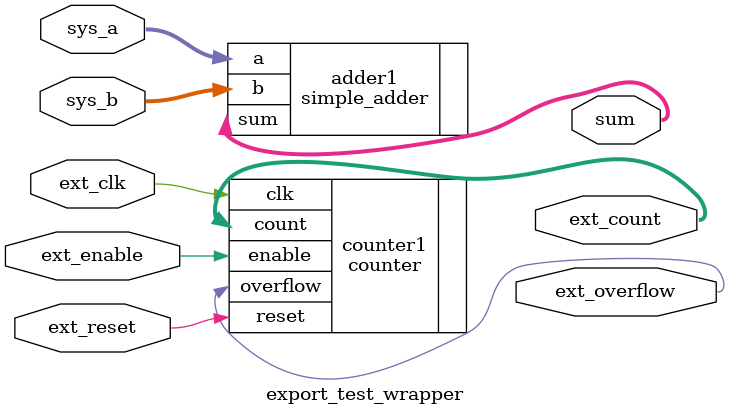
<source format=v>
module export_test_wrapper (
    input [7:0] sys_a,
    input [7:0] sys_b,
    output [8:0] sum,
    input ext_clk,
    input ext_reset,
    input ext_enable,
    output [3:0] ext_count,
    output ext_overflow
);

// Internal wires
    wire [8:0] w_adder1_sum_unconnected;
    wire w_counter1_clk_unconnected;
    wire [3:0] w_counter1_count_unconnected;
    wire w_counter1_enable_unconnected;
    wire w_counter1_overflow_unconnected;
    wire w_counter1_reset_unconnected;

    simple_adder #(.WIDTH(8)) adder1 (
        .a(sys_a),
        .b(sys_b),
        .sum(sum)
    );

    counter #(.WIDTH(4)) counter1 (
        .clk(ext_clk),
        .reset(ext_reset),
        .enable(ext_enable),
        .count(ext_count),
        .overflow(ext_overflow)
    );

endmodule
</source>
